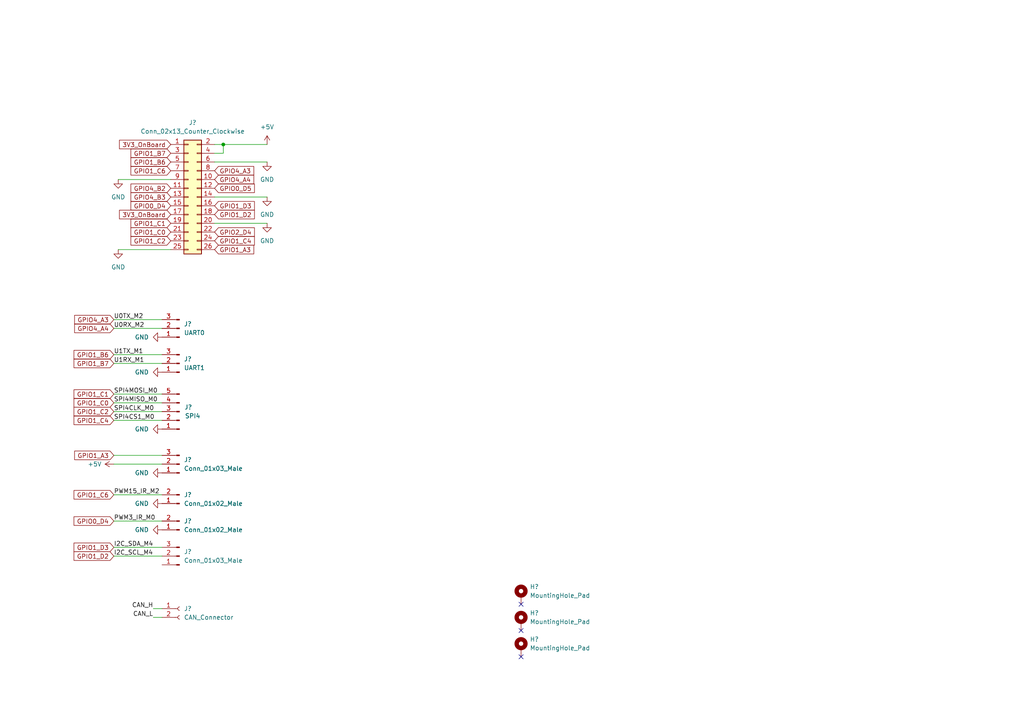
<source format=kicad_sch>
(kicad_sch (version 20211123) (generator eeschema)
  (paper "A4")
  (lib_symbols
    (symbol "Connector:Conn_01x02_Female" (pin_names (offset 1.016) hide)
      (property "Reference" "J" (at 0 2.54 0))
      (property "Value" "Conn_01x02_Female" (at 0 -5.08 0))
      (symbol "Conn_01x02_Female_1_1"
        (arc (start 0 -2.032) (mid -0.508 -2.54) (end 0 -3.048) (stroke (width 0.1524)))
        (polyline (pts (xy -1.27 -2.54) (xy -0.508 -2.54)) (stroke (width 0.1524)))
        (polyline (pts (xy -1.27 0) (xy -0.508 0)) (stroke (width 0.1524)))
        (arc (start 0 0.508) (mid -0.508 0) (end 0 -0.508) (stroke (width 0.1524)))
        (pin passive line (at -5.08 0 0) (length 3.81) (name "Pin_1") (number "1"))
        (pin passive line (at -5.08 -2.54 0) (length 3.81) (name "Pin_2") (number "2"))
      )
    )
    (symbol "Connector:Conn_01x02_Male" (pin_names (offset 1.016) hide)
      (property "Reference" "J" (at 0 2.54 0))
      (property "Value" "Conn_01x02_Male" (at 0 -5.08 0))
      (symbol "Conn_01x02_Male_1_1"
        (polyline (pts (xy 1.27 -2.54) (xy 0.8636 -2.54)) (stroke (width 0.1524)))
        (polyline (pts (xy 1.27 0) (xy 0.8636 0)) (stroke (width 0.1524)))
        (rectangle (start 0.8636 -2.413) (end 0 -2.667) (stroke (width 0.1524)) (fill (type outline)))
        (rectangle (start 0.8636 0.127) (end 0 -0.127) (stroke (width 0.1524)) (fill (type outline)))
        (pin passive line (at 5.08 0 180) (length 3.81) (name "Pin_1") (number "1"))
        (pin passive line (at 5.08 -2.54 180) (length 3.81) (name "Pin_2") (number "2"))
      )
    )
    (symbol "Connector:Conn_01x03_Male" (pin_names (offset 1.016) hide)
      (property "Reference" "J" (at 0 5.08 0))
      (property "Value" "Conn_01x03_Male" (at 0 -5.08 0))
      (symbol "Conn_01x03_Male_1_1"
        (polyline (pts (xy 1.27 -2.54) (xy 0.8636 -2.54)) (stroke (width 0.1524)))
        (polyline (pts (xy 1.27 0) (xy 0.8636 0)) (stroke (width 0.1524)))
        (polyline (pts (xy 1.27 2.54) (xy 0.8636 2.54)) (stroke (width 0.1524)))
        (rectangle (start 0.8636 -2.413) (end 0 -2.667) (stroke (width 0.1524)) (fill (type outline)))
        (rectangle (start 0.8636 0.127) (end 0 -0.127) (stroke (width 0.1524)) (fill (type outline)))
        (rectangle (start 0.8636 2.667) (end 0 2.413) (stroke (width 0.1524)) (fill (type outline)))
        (pin passive line (at 5.08 2.54 180) (length 3.81) (name "Pin_1") (number "1"))
        (pin passive line (at 5.08 0 180) (length 3.81) (name "Pin_2") (number "2"))
        (pin passive line (at 5.08 -2.54 180) (length 3.81) (name "Pin_3") (number "3"))
      )
    )
    (symbol "Connector:Conn_01x05_Male" (pin_names (offset 1.016) hide)
      (property "Reference" "J" (at 0 7.62 0))
      (property "Value" "Conn_01x05_Male" (at 0 -7.62 0))
      (symbol "Conn_01x05_Male_1_1"
        (polyline (pts (xy 1.27 -5.08) (xy 0.8636 -5.08)) (stroke (width 0.1524)))
        (polyline (pts (xy 1.27 -2.54) (xy 0.8636 -2.54)) (stroke (width 0.1524)))
        (polyline (pts (xy 1.27 0) (xy 0.8636 0)) (stroke (width 0.1524)))
        (polyline (pts (xy 1.27 2.54) (xy 0.8636 2.54)) (stroke (width 0.1524)))
        (polyline (pts (xy 1.27 5.08) (xy 0.8636 5.08)) (stroke (width 0.1524)))
        (rectangle (start 0.8636 -4.953) (end 0 -5.207) (stroke (width 0.1524)) (fill (type outline)))
        (rectangle (start 0.8636 -2.413) (end 0 -2.667) (stroke (width 0.1524)) (fill (type outline)))
        (rectangle (start 0.8636 0.127) (end 0 -0.127) (stroke (width 0.1524)) (fill (type outline)))
        (rectangle (start 0.8636 2.667) (end 0 2.413) (stroke (width 0.1524)) (fill (type outline)))
        (rectangle (start 0.8636 5.207) (end 0 4.953) (stroke (width 0.1524)) (fill (type outline)))
        (pin passive line (at 5.08 5.08 180) (length 3.81) (name "Pin_1") (number "1"))
        (pin passive line (at 5.08 2.54 180) (length 3.81) (name "Pin_2") (number "2"))
        (pin passive line (at 5.08 0 180) (length 3.81) (name "Pin_3") (number "3"))
        (pin passive line (at 5.08 -2.54 180) (length 3.81) (name "Pin_4") (number "4"))
        (pin passive line (at 5.08 -5.08 180) (length 3.81) (name "Pin_5") (number "5"))
      )
    )
    (symbol "Connector_Generic:Conn_02x13_Odd_Even" (pin_names (offset 1.016) hide)
      (property "Reference" "J" (at 1.27 17.78 0))
      (property "Value" "Conn_02x13_Odd_Even" (at 1.27 -17.78 0))
      (symbol "Conn_02x13_Odd_Even_1_1"
        (rectangle (start -1.27 -15.113) (end 0 -15.367) (stroke (width 0.1524)))
        (rectangle (start -1.27 -12.573) (end 0 -12.827) (stroke (width 0.1524)))
        (rectangle (start -1.27 -10.033) (end 0 -10.287) (stroke (width 0.1524)))
        (rectangle (start -1.27 -7.493) (end 0 -7.747) (stroke (width 0.1524)))
        (rectangle (start -1.27 -4.953) (end 0 -5.207) (stroke (width 0.1524)))
        (rectangle (start -1.27 -2.413) (end 0 -2.667) (stroke (width 0.1524)))
        (rectangle (start -1.27 0.127) (end 0 -0.127) (stroke (width 0.1524)))
        (rectangle (start -1.27 2.667) (end 0 2.413) (stroke (width 0.1524)))
        (rectangle (start -1.27 5.207) (end 0 4.953) (stroke (width 0.1524)))
        (rectangle (start -1.27 7.747) (end 0 7.493) (stroke (width 0.1524)))
        (rectangle (start -1.27 10.287) (end 0 10.033) (stroke (width 0.1524)))
        (rectangle (start -1.27 12.827) (end 0 12.573) (stroke (width 0.1524)))
        (rectangle (start -1.27 15.367) (end 0 15.113) (stroke (width 0.1524)))
        (rectangle (start -1.27 16.51) (end 3.81 -16.51) (stroke (width 0.254)) (fill (type background)))
        (rectangle (start 3.81 -15.113) (end 2.54 -15.367) (stroke (width 0.1524)))
        (rectangle (start 3.81 -12.573) (end 2.54 -12.827) (stroke (width 0.1524)))
        (rectangle (start 3.81 -10.033) (end 2.54 -10.287) (stroke (width 0.1524)))
        (rectangle (start 3.81 -7.493) (end 2.54 -7.747) (stroke (width 0.1524)))
        (rectangle (start 3.81 -4.953) (end 2.54 -5.207) (stroke (width 0.1524)))
        (rectangle (start 3.81 -2.413) (end 2.54 -2.667) (stroke (width 0.1524)))
        (rectangle (start 3.81 0.127) (end 2.54 -0.127) (stroke (width 0.1524)))
        (rectangle (start 3.81 2.667) (end 2.54 2.413) (stroke (width 0.1524)))
        (rectangle (start 3.81 5.207) (end 2.54 4.953) (stroke (width 0.1524)))
        (rectangle (start 3.81 7.747) (end 2.54 7.493) (stroke (width 0.1524)))
        (rectangle (start 3.81 10.287) (end 2.54 10.033) (stroke (width 0.1524)))
        (rectangle (start 3.81 12.827) (end 2.54 12.573) (stroke (width 0.1524)))
        (rectangle (start 3.81 15.367) (end 2.54 15.113) (stroke (width 0.1524)))
        (pin passive line (at -5.08 15.24 0) (length 3.81) (name "Pin_1") (number "1"))
        (pin passive line (at 7.62 5.08 180) (length 3.81) (name "Pin_10") (number "10"))
        (pin passive line (at -5.08 2.54 0) (length 3.81) (name "Pin_11") (number "11"))
        (pin passive line (at 7.62 2.54 180) (length 3.81) (name "Pin_12") (number "12"))
        (pin passive line (at -5.08 0 0) (length 3.81) (name "Pin_13") (number "13"))
        (pin passive line (at 7.62 0 180) (length 3.81) (name "Pin_14") (number "14"))
        (pin passive line (at -5.08 -2.54 0) (length 3.81) (name "Pin_15") (number "15"))
        (pin passive line (at 7.62 -2.54 180) (length 3.81) (name "Pin_16") (number "16"))
        (pin passive line (at -5.08 -5.08 0) (length 3.81) (name "Pin_17") (number "17"))
        (pin passive line (at 7.62 -5.08 180) (length 3.81) (name "Pin_18") (number "18"))
        (pin passive line (at -5.08 -7.62 0) (length 3.81) (name "Pin_19") (number "19"))
        (pin passive line (at 7.62 15.24 180) (length 3.81) (name "Pin_2") (number "2"))
        (pin passive line (at 7.62 -7.62 180) (length 3.81) (name "Pin_20") (number "20"))
        (pin passive line (at -5.08 -10.16 0) (length 3.81) (name "Pin_21") (number "21"))
        (pin passive line (at 7.62 -10.16 180) (length 3.81) (name "Pin_22") (number "22"))
        (pin passive line (at -5.08 -12.7 0) (length 3.81) (name "Pin_23") (number "23"))
        (pin passive line (at 7.62 -12.7 180) (length 3.81) (name "Pin_24") (number "24"))
        (pin passive line (at -5.08 -15.24 0) (length 3.81) (name "Pin_25") (number "25"))
        (pin passive line (at 7.62 -15.24 180) (length 3.81) (name "Pin_26") (number "26"))
        (pin passive line (at -5.08 12.7 0) (length 3.81) (name "Pin_3") (number "3"))
        (pin passive line (at 7.62 12.7 180) (length 3.81) (name "Pin_4") (number "4"))
        (pin passive line (at -5.08 10.16 0) (length 3.81) (name "Pin_5") (number "5"))
        (pin passive line (at 7.62 10.16 180) (length 3.81) (name "Pin_6") (number "6"))
        (pin passive line (at -5.08 7.62 0) (length 3.81) (name "Pin_7") (number "7"))
        (pin passive line (at 7.62 7.62 180) (length 3.81) (name "Pin_8") (number "8"))
        (pin passive line (at -5.08 5.08 0) (length 3.81) (name "Pin_9") (number "9"))
      )
    )
    (symbol "Mechanical:MountingHole_Pad" (pin_numbers hide) (pin_names (offset 1.016) hide)
      (property "Reference" "H" (at 0 6.35 0))
      (property "Value" "MountingHole_Pad" (at 0 4.445 0))
      (symbol "MountingHole_Pad_0_1"
        (circle (center 0 1.27) (radius 1.27) (stroke (width 1.27)))
      )
      (symbol "MountingHole_Pad_1_1"
        (pin input line (at 0 -2.54 90) (length 2.54) (name "1") (number "1"))
      )
    )
    (symbol "power:+5V" (power) (pin_names (offset 0))
      (property "Value" "+5V" (at 0 3.556 0))
      (symbol "+5V_0_1"
        (polyline (pts (xy -0.762 1.27) (xy 0 2.54)))
        (polyline (pts (xy 0 0) (xy 0 2.54)))
        (polyline (pts (xy 0 2.54) (xy 0.762 1.27)))
      )
      (symbol "+5V_1_1"
        (pin power_in line (at 0 0 90) (length 0) hide (name "+5V") (number "1"))
      )
    )
    (symbol "power:GND" (power) (pin_names (offset 0))
      (property "Value" "GND" (at 0 -3.81 0))
      (symbol "GND_0_1"
        (polyline (pts (xy 0 0) (xy 0 -1.27) (xy 1.27 -1.27) (xy 0 -2.54) (xy -1.27 -1.27) (xy 0 -1.27)))
      )
      (symbol "GND_1_1"
        (pin power_in line (at 0 0 270) (length 0) hide (name "GND") (number "1"))
      )
    )
  )
  (junction (at 64.77 41.91))
  (no_connect (at 151.13 175.26))
  (no_connect (at 151.13 182.88))
  (no_connect (at 151.13 190.5))
  (wire (pts (xy 62.23 44.45) (xy 64.77 44.45)))
  (wire (pts (xy 62.23 57.15) (xy 77.47 57.15)))
  (wire (pts (xy 33.02 119.38) (xy 46.99 119.38)))
  (wire (pts (xy 44.45 176.53) (xy 46.99 176.53)))
  (wire (pts (xy 64.77 41.91) (xy 77.47 41.91)))
  (wire (pts (xy 62.23 46.99) (xy 77.47 46.99)))
  (wire (pts (xy 33.02 132.08) (xy 46.99 132.08)))
  (wire (pts (xy 33.02 105.41) (xy 46.99 105.41)))
  (wire (pts (xy 33.02 92.71) (xy 46.99 92.71)))
  (wire (pts (xy 64.77 41.91) (xy 62.23 41.91)))
  (wire (pts (xy 33.02 116.84) (xy 46.99 116.84)))
  (wire (pts (xy 34.29 72.39) (xy 49.53 72.39)))
  (wire (pts (xy 44.45 179.07) (xy 46.99 179.07)))
  (wire (pts (xy 33.02 161.29) (xy 46.99 161.29)))
  (wire (pts (xy 33.02 143.51) (xy 46.99 143.51)))
  (wire (pts (xy 33.02 114.3) (xy 46.99 114.3)))
  (wire (pts (xy 33.02 95.25) (xy 46.99 95.25)))
  (wire (pts (xy 33.02 151.13) (xy 46.99 151.13)))
  (wire (pts (xy 33.02 158.75) (xy 46.99 158.75)))
  (wire (pts (xy 64.77 44.45) (xy 64.77 41.91)))
  (wire (pts (xy 33.02 134.62) (xy 46.99 134.62)))
  (wire (pts (xy 33.02 121.92) (xy 46.99 121.92)))
  (wire (pts (xy 33.02 102.87) (xy 46.99 102.87)))
  (wire (pts (xy 34.29 52.07) (xy 49.53 52.07)))
  (wire (pts (xy 62.23 64.77) (xy 77.47 64.77)))
  (label "I2C_SDA_M4" (at 33.02 158.75 0))
  (label "U0TX_M2" (at 33.02 92.71 0))
  (label "SPI4CS1_M0" (at 33.02 121.92 0))
  (label "CAN_L" (at 44.45 179.07 180))
  (label "SPI4MOSI_M0" (at 33.02 114.3 0))
  (label "CAN_H" (at 44.45 176.53 180))
  (label "U1TX_M1" (at 33.02 102.87 0))
  (label "U1RX_M1" (at 33.02 105.41 0))
  (label "PWM15_IR_M2" (at 33.02 143.51 0))
  (label "U0RX_M2" (at 33.02 95.25 0))
  (label "I2C_SCL_M4" (at 33.02 161.29 0))
  (label "PWM3_IR_M0" (at 33.02 151.13 0))
  (label "SPI4MISO_M0" (at 33.02 116.84 0))
  (label "SPI4CLK_M0" (at 33.02 119.38 0))
  (global_label "GPIO1_A3" (shape input) (at 62.23 72.39 0) (property "Intersheet References" "${INTERSHEET_REFS}" (effects hide)))
  (global_label "GPIO4_A3" (shape input) (at 33.02 92.71 180) (property "Intersheet References" "${INTERSHEET_REFS}" (effects hide)))
  (global_label "GPIO1_B6" (shape input) (at 49.53 46.99 180) (property "Intersheet References" "${INTERSHEET_REFS}" (effects hide)))
  (global_label "3V3_OnBoard" (shape input) (at 49.53 62.23 180) (property "Intersheet References" "${INTERSHEET_REFS}" (effects hide)))
  (global_label "GPIO1_D3" (shape input) (at 62.23 59.69 0) (property "Intersheet References" "${INTERSHEET_REFS}" (effects hide)))
  (global_label "GPIO1_C0" (shape input) (at 33.02 116.84 180) (property "Intersheet References" "${INTERSHEET_REFS}" (effects hide)))
  (global_label "GPIO1_C4" (shape input) (at 33.02 121.92 180) (property "Intersheet References" "${INTERSHEET_REFS}" (effects hide)))
  (global_label "GPIO1_C6" (shape input) (at 49.53 49.53 180) (property "Intersheet References" "${INTERSHEET_REFS}" (effects hide)))
  (global_label "GPIO1_D2" (shape input) (at 33.02 161.29 180) (property "Intersheet References" "${INTERSHEET_REFS}" (effects hide)))
  (global_label "GPIO1_B7" (shape input) (at 49.53 44.45 180) (property "Intersheet References" "${INTERSHEET_REFS}" (effects hide)))
  (global_label "GPIO2_D4" (shape input) (at 62.23 67.31 0) (property "Intersheet References" "${INTERSHEET_REFS}" (effects hide)))
  (global_label "GPIO4_A4" (shape input) (at 62.23 52.07 0) (property "Intersheet References" "${INTERSHEET_REFS}" (effects hide)))
  (global_label "GPIO1_C0" (shape input) (at 49.53 67.31 180) (property "Intersheet References" "${INTERSHEET_REFS}" (effects hide)))
  (global_label "GPIO1_C4" (shape input) (at 62.23 69.85 0) (property "Intersheet References" "${INTERSHEET_REFS}" (effects hide)))
  (global_label "GPIO0_D4" (shape input) (at 49.53 59.69 180) (property "Intersheet References" "${INTERSHEET_REFS}" (effects hide)))
  (global_label "GPIO4_A3" (shape input) (at 62.23 49.53 0) (property "Intersheet References" "${INTERSHEET_REFS}" (effects hide)))
  (global_label "GPIO4_B3" (shape input) (at 49.53 57.15 180) (property "Intersheet References" "${INTERSHEET_REFS}" (effects hide)))
  (global_label "GPIO1_B7" (shape input) (at 33.02 105.41 180) (property "Intersheet References" "${INTERSHEET_REFS}" (effects hide)))
  (global_label "3V3_OnBoard" (shape input) (at 49.53 41.91 180) (property "Intersheet References" "${INTERSHEET_REFS}" (effects hide)))
  (global_label "GPIO4_B2" (shape input) (at 49.53 54.61 180) (property "Intersheet References" "${INTERSHEET_REFS}" (effects hide)))
  (global_label "GPIO0_D4" (shape input) (at 33.02 151.13 180) (property "Intersheet References" "${INTERSHEET_REFS}" (effects hide)))
  (global_label "GPIO4_A4" (shape input) (at 33.02 95.25 180) (property "Intersheet References" "${INTERSHEET_REFS}" (effects hide)))
  (global_label "GPIO1_C2" (shape input) (at 33.02 119.38 180) (property "Intersheet References" "${INTERSHEET_REFS}" (effects hide)))
  (global_label "GPIO1_D2" (shape input) (at 62.23 62.23 0) (property "Intersheet References" "${INTERSHEET_REFS}" (effects hide)))
  (global_label "GPIO1_A3" (shape input) (at 33.02 132.08 180) (property "Intersheet References" "${INTERSHEET_REFS}" (effects hide)))
  (global_label "GPIO1_C6" (shape input) (at 33.02 143.51 180) (property "Intersheet References" "${INTERSHEET_REFS}" (effects hide)))
  (global_label "GPIO0_D5" (shape input) (at 62.23 54.61 0) (property "Intersheet References" "${INTERSHEET_REFS}" (effects hide)))
  (global_label "GPIO1_B6" (shape input) (at 33.02 102.87 180) (property "Intersheet References" "${INTERSHEET_REFS}" (effects hide)))
  (global_label "GPIO1_C1" (shape input) (at 33.02 114.3 180) (property "Intersheet References" "${INTERSHEET_REFS}" (effects hide)))
  (global_label "GPIO1_C1" (shape input) (at 49.53 64.77 180) (property "Intersheet References" "${INTERSHEET_REFS}" (effects hide)))
  (global_label "GPIO1_D3" (shape input) (at 33.02 158.75 180) (property "Intersheet References" "${INTERSHEET_REFS}" (effects hide)))
  (global_label "GPIO1_C2" (shape input) (at 49.53 69.85 180) (property "Intersheet References" "${INTERSHEET_REFS}" (effects hide)))
  (symbol (lib_id "power:GND") (at 46.99 146.05 270) (unit 1)
    (property "Reference" "#PWR?" (effects hide))
    (property "Value" "GND" (at 43.18 146.0499 90) (effects (justify right)))
  )
  (symbol (lib_id "Connector:Conn_01x03_Male") (at 52.07 95.25 180) (unit 1)
    (property "Reference" "J?" (at 53.34 93.9799 0) (effects (justify right)))
    (property "Value" "UART0" (at 53.34 96.5199 0) (effects (justify right)))
  )
  (symbol (lib_id "power:GND") (at 77.47 64.77 0) (unit 1)
    (property "Reference" "#PWR?" (effects hide))
    (property "Value" "GND" (at 77.47 69.85 0))
  )
  (symbol (lib_id "Connector:Conn_01x03_Male") (at 52.07 161.29 180) (unit 1)
    (property "Reference" "J?" (at 53.34 160.0199 0) (effects (justify right)))
    (property "Value" "Conn_01x03_Male" (at 53.34 162.5599 0) (effects (justify right)))
    (property "Footprint" "Connector_PinSocket_2.54mm:PinSocket_1x03_P2.54mm_Vertical" (effects hide))
  )
  (symbol (lib_id "power:GND") (at 46.99 124.46 270) (unit 1)
    (property "Reference" "#PWR?" (effects hide))
    (property "Value" "GND" (at 43.18 124.4599 90) (effects (justify right)))
  )
  (symbol (lib_id "Connector:Conn_01x03_Male") (at 52.07 134.62 180) (unit 1)
    (property "Reference" "J?" (at 53.34 133.3499 0) (effects (justify right)))
    (property "Value" "Conn_01x03_Male" (at 53.34 135.8899 0) (effects (justify right)))
  )
  (symbol (lib_id "Connector:Conn_01x02_Male") (at 52.07 153.67 180) (unit 1)
    (property "Reference" "J?" (at 53.34 151.1299 0) (effects (justify right)))
    (property "Value" "Conn_01x02_Male" (at 53.34 153.6699 0) (effects (justify right)))
    (property "Footprint" "Connector_PinSocket_2.54mm:PinSocket_1x02_P2.54mm_Vertical" (effects hide))
  )
  (symbol (lib_id "power:GND") (at 46.99 107.95 270) (unit 1)
    (property "Reference" "#PWR?" (effects hide))
    (property "Value" "GND" (at 43.18 107.9499 90) (effects (justify right)))
  )
  (symbol (lib_id "power:GND") (at 77.47 57.15 0) (unit 1)
    (property "Reference" "#PWR?" (effects hide))
    (property "Value" "GND" (at 77.47 62.23 0))
  )
  (symbol (lib_id "power:GND") (at 46.99 153.67 270) (unit 1)
    (property "Reference" "#PWR?" (effects hide))
    (property "Value" "GND" (at 43.18 153.6699 90) (effects (justify right)))
  )
  (symbol (lib_id "power:GND") (at 46.99 97.79 270) (unit 1)
    (property "Reference" "#PWR?" (effects hide))
    (property "Value" "GND" (at 43.18 97.7899 90) (effects (justify right)))
  )
  (symbol (lib_id "power:GND") (at 34.29 52.07 0) (unit 1)
    (property "Reference" "#PWR?" (effects hide))
    (property "Value" "GND" (at 34.29 57.15 0))
  )
  (symbol (lib_id "Connector:Conn_01x05_Male") (at 52.07 119.38 180) (unit 1)
    (property "Reference" "J?" (at 54.61 118.11 0))
    (property "Value" "SPI4" (at 55.88 120.65 0))
    (property "Footprint" "Connector_PinSocket_2.54mm:PinSocket_1x05_P2.54mm_Vertical" (effects hide))
  )
  (symbol (lib_id "power:+5V") (at 77.47 41.91 0) (unit 1)
    (property "Reference" "#PWR?" (effects hide))
    (property "Value" "+5V" (at 77.47 36.83 0))
  )
  (symbol (lib_id "Mechanical:MountingHole_Pad") (at 151.13 187.96 0) (unit 1)
    (property "Reference" "H?" (at 153.67 185.4199 0) (effects (justify left)))
    (property "Value" "MountingHole_Pad" (at 153.67 187.9599 0) (effects (justify left)))
    (property "Footprint" "MountingHole:MountingHole_3.2mm_M3_Pad_Via" (effects hide))
  )
  (symbol (lib_id "power:GND") (at 77.47 46.99 0) (unit 1)
    (property "Reference" "#PWR?" (effects hide))
    (property "Value" "GND" (at 77.47 52.07 0))
  )
  (symbol (lib_id "Connector:Conn_01x02_Female") (at 52.07 176.53 0) (unit 1)
    (property "Reference" "J?" (at 53.34 176.5299 0) (effects (justify left)))
    (property "Value" "CAN_Connector" (at 53.34 179.0699 0) (effects (justify left)))
  )
  (symbol (lib_id "power:GND") (at 46.99 137.16 270) (unit 1)
    (property "Reference" "#PWR?" (effects hide))
    (property "Value" "GND" (at 43.18 137.1599 90) (effects (justify right)))
  )
  (symbol (lib_id "power:+5V") (at 33.02 134.62 90) (unit 1)
    (property "Reference" "#PWR?" (effects hide))
    (property "Value" "+5V" (at 25.4 134.62 90) (effects (justify right)))
  )
  (symbol (lib_id "Mechanical:MountingHole_Pad") (at 151.13 172.72 0) (unit 1)
    (property "Reference" "H?" (at 153.67 170.1799 0) (effects (justify left)))
    (property "Value" "MountingHole_Pad" (at 153.67 172.7199 0) (effects (justify left)))
    (property "Footprint" "MountingHole:MountingHole_3.5mm_Pad_Via" (effects hide))
  )
  (symbol (lib_id "power:GND") (at 34.29 72.39 0) (unit 1)
    (property "Reference" "#PWR?" (effects hide))
    (property "Value" "GND" (at 34.29 77.47 0))
  )
  (symbol (lib_id "Mechanical:MountingHole_Pad") (at 151.13 180.34 0) (unit 1)
    (property "Reference" "H?" (at 153.67 177.7999 0) (effects (justify left)))
    (property "Value" "MountingHole_Pad" (at 153.67 180.3399 0) (effects (justify left)))
    (property "Footprint" "MountingHole:MountingHole_3.2mm_M3_Pad_Via" (effects hide))
  )
  (symbol (lib_id "Connector_Generic:Conn_02x13_Odd_Even") (at 54.61 57.15 0) (unit 1)
    (property "Reference" "J?" (at 55.88 35.56 0))
    (property "Value" "Conn_02x13_Counter_Clockwise" (at 55.88 38.1 0))
    (property "Footprint" "Connector_PinSocket_2.54mm:PinSocket_2x13_P2.54mm_Vertical" (effects hide))
  )
  (symbol (lib_id "Connector:Conn_01x02_Male") (at 52.07 146.05 180) (unit 1)
    (property "Reference" "J?" (at 53.34 143.5099 0) (effects (justify right)))
    (property "Value" "Conn_01x02_Male" (at 53.34 146.0499 0) (effects (justify right)))
  )
  (symbol (lib_id "Connector:Conn_01x03_Male") (at 52.07 105.41 180) (unit 1)
    (property "Reference" "J?" (at 53.34 104.1399 0) (effects (justify right)))
    (property "Value" "UART1" (at 53.34 106.6799 0) (effects (justify right)))
    (property "Footprint" "Connector_PinSocket_2.54mm:PinSocket_1x03_P2.54mm_Vertical" (effects hide))
  )
)
</source>
